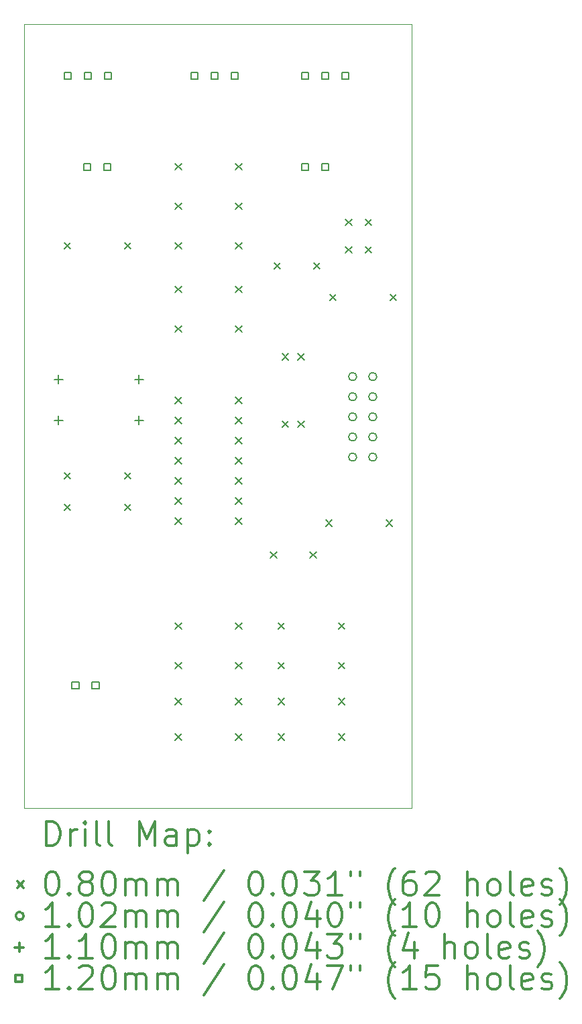
<source format=gbr>
%FSLAX45Y45*%
G04 Gerber Fmt 4.5, Leading zero omitted, Abs format (unit mm)*
G04 Created by KiCad (PCBNEW (5.1.8-0-10_14)) date 2021-07-18 16:16:16*
%MOMM*%
%LPD*%
G01*
G04 APERTURE LIST*
%TA.AperFunction,Profile*%
%ADD10C,0.050000*%
%TD*%
%ADD11C,0.200000*%
%ADD12C,0.300000*%
G04 APERTURE END LIST*
D10*
X10000000Y-14900000D02*
X10000000Y-5000000D01*
X14900000Y-14900000D02*
X10000000Y-14900000D01*
X14900000Y-5000000D02*
X14900000Y-14900000D01*
X10000000Y-5000000D02*
X14900000Y-5000000D01*
D11*
X11910000Y-12560000D02*
X11990000Y-12640000D01*
X11990000Y-12560000D02*
X11910000Y-12640000D01*
X12672000Y-12560000D02*
X12752000Y-12640000D01*
X12752000Y-12560000D02*
X12672000Y-12640000D01*
X13260000Y-10010000D02*
X13340000Y-10090000D01*
X13340000Y-10010000D02*
X13260000Y-10090000D01*
X13460000Y-10010000D02*
X13540000Y-10090000D01*
X13540000Y-10010000D02*
X13460000Y-10090000D01*
X13210000Y-12560000D02*
X13290000Y-12640000D01*
X13290000Y-12560000D02*
X13210000Y-12640000D01*
X13972000Y-12560000D02*
X14052000Y-12640000D01*
X14052000Y-12560000D02*
X13972000Y-12640000D01*
X11910000Y-7260000D02*
X11990000Y-7340000D01*
X11990000Y-7260000D02*
X11910000Y-7340000D01*
X12672000Y-7260000D02*
X12752000Y-7340000D01*
X12752000Y-7260000D02*
X12672000Y-7340000D01*
X14060000Y-7810000D02*
X14140000Y-7890000D01*
X14140000Y-7810000D02*
X14060000Y-7890000D01*
X14310000Y-7810000D02*
X14390000Y-7890000D01*
X14390000Y-7810000D02*
X14310000Y-7890000D01*
X10510000Y-7760000D02*
X10590000Y-7840000D01*
X10590000Y-7760000D02*
X10510000Y-7840000D01*
X11272000Y-7760000D02*
X11352000Y-7840000D01*
X11352000Y-7760000D02*
X11272000Y-7840000D01*
X13110000Y-11660000D02*
X13190000Y-11740000D01*
X13190000Y-11660000D02*
X13110000Y-11740000D01*
X13610000Y-11660000D02*
X13690000Y-11740000D01*
X13690000Y-11660000D02*
X13610000Y-11740000D01*
X13860000Y-8410000D02*
X13940000Y-8490000D01*
X13940000Y-8410000D02*
X13860000Y-8490000D01*
X14622000Y-8410000D02*
X14702000Y-8490000D01*
X14702000Y-8410000D02*
X14622000Y-8490000D01*
X11910000Y-7760000D02*
X11990000Y-7840000D01*
X11990000Y-7760000D02*
X11910000Y-7840000D01*
X12672000Y-7760000D02*
X12752000Y-7840000D01*
X12752000Y-7760000D02*
X12672000Y-7840000D01*
X11910000Y-8310000D02*
X11990000Y-8390000D01*
X11990000Y-8310000D02*
X11910000Y-8390000D01*
X12672000Y-8310000D02*
X12752000Y-8390000D01*
X12752000Y-8310000D02*
X12672000Y-8390000D01*
X13260000Y-9160000D02*
X13340000Y-9240000D01*
X13340000Y-9160000D02*
X13260000Y-9240000D01*
X13460000Y-9160000D02*
X13540000Y-9240000D01*
X13540000Y-9160000D02*
X13460000Y-9240000D01*
X13210000Y-13060000D02*
X13290000Y-13140000D01*
X13290000Y-13060000D02*
X13210000Y-13140000D01*
X13972000Y-13060000D02*
X14052000Y-13140000D01*
X14052000Y-13060000D02*
X13972000Y-13140000D01*
X11910000Y-13060000D02*
X11990000Y-13140000D01*
X11990000Y-13060000D02*
X11910000Y-13140000D01*
X12672000Y-13060000D02*
X12752000Y-13140000D01*
X12752000Y-13060000D02*
X12672000Y-13140000D01*
X11910000Y-6760000D02*
X11990000Y-6840000D01*
X11990000Y-6760000D02*
X11910000Y-6840000D01*
X12672000Y-6760000D02*
X12752000Y-6840000D01*
X12752000Y-6760000D02*
X12672000Y-6840000D01*
X13160000Y-8010000D02*
X13240000Y-8090000D01*
X13240000Y-8010000D02*
X13160000Y-8090000D01*
X13660000Y-8010000D02*
X13740000Y-8090000D01*
X13740000Y-8010000D02*
X13660000Y-8090000D01*
X14060000Y-7460000D02*
X14140000Y-7540000D01*
X14140000Y-7460000D02*
X14060000Y-7540000D01*
X14310000Y-7460000D02*
X14390000Y-7540000D01*
X14390000Y-7460000D02*
X14310000Y-7540000D01*
X11910000Y-9710000D02*
X11990000Y-9790000D01*
X11990000Y-9710000D02*
X11910000Y-9790000D01*
X11910000Y-9964000D02*
X11990000Y-10044000D01*
X11990000Y-9964000D02*
X11910000Y-10044000D01*
X11910000Y-10218000D02*
X11990000Y-10298000D01*
X11990000Y-10218000D02*
X11910000Y-10298000D01*
X11910000Y-10472000D02*
X11990000Y-10552000D01*
X11990000Y-10472000D02*
X11910000Y-10552000D01*
X11910000Y-10726000D02*
X11990000Y-10806000D01*
X11990000Y-10726000D02*
X11910000Y-10806000D01*
X11910000Y-10980000D02*
X11990000Y-11060000D01*
X11990000Y-10980000D02*
X11910000Y-11060000D01*
X11910000Y-11234000D02*
X11990000Y-11314000D01*
X11990000Y-11234000D02*
X11910000Y-11314000D01*
X12672000Y-9710000D02*
X12752000Y-9790000D01*
X12752000Y-9710000D02*
X12672000Y-9790000D01*
X12672000Y-9964000D02*
X12752000Y-10044000D01*
X12752000Y-9964000D02*
X12672000Y-10044000D01*
X12672000Y-10218000D02*
X12752000Y-10298000D01*
X12752000Y-10218000D02*
X12672000Y-10298000D01*
X12672000Y-10472000D02*
X12752000Y-10552000D01*
X12752000Y-10472000D02*
X12672000Y-10552000D01*
X12672000Y-10726000D02*
X12752000Y-10806000D01*
X12752000Y-10726000D02*
X12672000Y-10806000D01*
X12672000Y-10980000D02*
X12752000Y-11060000D01*
X12752000Y-10980000D02*
X12672000Y-11060000D01*
X12672000Y-11234000D02*
X12752000Y-11314000D01*
X12752000Y-11234000D02*
X12672000Y-11314000D01*
X13210000Y-13510000D02*
X13290000Y-13590000D01*
X13290000Y-13510000D02*
X13210000Y-13590000D01*
X13972000Y-13510000D02*
X14052000Y-13590000D01*
X14052000Y-13510000D02*
X13972000Y-13590000D01*
X10510000Y-11060000D02*
X10590000Y-11140000D01*
X10590000Y-11060000D02*
X10510000Y-11140000D01*
X11272000Y-11060000D02*
X11352000Y-11140000D01*
X11352000Y-11060000D02*
X11272000Y-11140000D01*
X11910000Y-13510000D02*
X11990000Y-13590000D01*
X11990000Y-13510000D02*
X11910000Y-13590000D01*
X12672000Y-13510000D02*
X12752000Y-13590000D01*
X12752000Y-13510000D02*
X12672000Y-13590000D01*
X11910000Y-13960000D02*
X11990000Y-14040000D01*
X11990000Y-13960000D02*
X11910000Y-14040000D01*
X12672000Y-13960000D02*
X12752000Y-14040000D01*
X12752000Y-13960000D02*
X12672000Y-14040000D01*
X13810000Y-11260000D02*
X13890000Y-11340000D01*
X13890000Y-11260000D02*
X13810000Y-11340000D01*
X14572000Y-11260000D02*
X14652000Y-11340000D01*
X14652000Y-11260000D02*
X14572000Y-11340000D01*
X13210000Y-13960000D02*
X13290000Y-14040000D01*
X13290000Y-13960000D02*
X13210000Y-14040000D01*
X13972000Y-13960000D02*
X14052000Y-14040000D01*
X14052000Y-13960000D02*
X13972000Y-14040000D01*
X10510000Y-10660000D02*
X10590000Y-10740000D01*
X10590000Y-10660000D02*
X10510000Y-10740000D01*
X11272000Y-10660000D02*
X11352000Y-10740000D01*
X11352000Y-10660000D02*
X11272000Y-10740000D01*
X11910000Y-8810000D02*
X11990000Y-8890000D01*
X11990000Y-8810000D02*
X11910000Y-8890000D01*
X12672000Y-8810000D02*
X12752000Y-8890000D01*
X12752000Y-8810000D02*
X12672000Y-8890000D01*
X14200800Y-9450000D02*
G75*
G03*
X14200800Y-9450000I-50800J0D01*
G01*
X14200800Y-9704000D02*
G75*
G03*
X14200800Y-9704000I-50800J0D01*
G01*
X14200800Y-9958000D02*
G75*
G03*
X14200800Y-9958000I-50800J0D01*
G01*
X14200800Y-10212000D02*
G75*
G03*
X14200800Y-10212000I-50800J0D01*
G01*
X14200800Y-10466000D02*
G75*
G03*
X14200800Y-10466000I-50800J0D01*
G01*
X14454800Y-9450000D02*
G75*
G03*
X14454800Y-9450000I-50800J0D01*
G01*
X14454800Y-9704000D02*
G75*
G03*
X14454800Y-9704000I-50800J0D01*
G01*
X14454800Y-9958000D02*
G75*
G03*
X14454800Y-9958000I-50800J0D01*
G01*
X14454800Y-10212000D02*
G75*
G03*
X14454800Y-10212000I-50800J0D01*
G01*
X14454800Y-10466000D02*
G75*
G03*
X14454800Y-10466000I-50800J0D01*
G01*
X10437500Y-9430500D02*
X10437500Y-9540500D01*
X10382500Y-9485500D02*
X10492500Y-9485500D01*
X11453500Y-9430500D02*
X11453500Y-9540500D01*
X11398500Y-9485500D02*
X11508500Y-9485500D01*
X10437500Y-9945000D02*
X10437500Y-10055000D01*
X10382500Y-10000000D02*
X10492500Y-10000000D01*
X11453500Y-9945000D02*
X11453500Y-10055000D01*
X11398500Y-10000000D02*
X11508500Y-10000000D01*
X10592427Y-5692427D02*
X10592427Y-5607573D01*
X10507573Y-5607573D01*
X10507573Y-5692427D01*
X10592427Y-5692427D01*
X10846427Y-5692427D02*
X10846427Y-5607573D01*
X10761573Y-5607573D01*
X10761573Y-5692427D01*
X10846427Y-5692427D01*
X11100427Y-5692427D02*
X11100427Y-5607573D01*
X11015573Y-5607573D01*
X11015573Y-5692427D01*
X11100427Y-5692427D01*
X13592427Y-6842427D02*
X13592427Y-6757573D01*
X13507573Y-6757573D01*
X13507573Y-6842427D01*
X13592427Y-6842427D01*
X13846427Y-6842427D02*
X13846427Y-6757573D01*
X13761573Y-6757573D01*
X13761573Y-6842427D01*
X13846427Y-6842427D01*
X10692427Y-13392427D02*
X10692427Y-13307573D01*
X10607573Y-13307573D01*
X10607573Y-13392427D01*
X10692427Y-13392427D01*
X10946427Y-13392427D02*
X10946427Y-13307573D01*
X10861573Y-13307573D01*
X10861573Y-13392427D01*
X10946427Y-13392427D01*
X12192427Y-5692427D02*
X12192427Y-5607573D01*
X12107573Y-5607573D01*
X12107573Y-5692427D01*
X12192427Y-5692427D01*
X12446427Y-5692427D02*
X12446427Y-5607573D01*
X12361573Y-5607573D01*
X12361573Y-5692427D01*
X12446427Y-5692427D01*
X12700427Y-5692427D02*
X12700427Y-5607573D01*
X12615573Y-5607573D01*
X12615573Y-5692427D01*
X12700427Y-5692427D01*
X13592427Y-5692427D02*
X13592427Y-5607573D01*
X13507573Y-5607573D01*
X13507573Y-5692427D01*
X13592427Y-5692427D01*
X13846427Y-5692427D02*
X13846427Y-5607573D01*
X13761573Y-5607573D01*
X13761573Y-5692427D01*
X13846427Y-5692427D01*
X14100427Y-5692427D02*
X14100427Y-5607573D01*
X14015573Y-5607573D01*
X14015573Y-5692427D01*
X14100427Y-5692427D01*
X10842427Y-6842427D02*
X10842427Y-6757573D01*
X10757573Y-6757573D01*
X10757573Y-6842427D01*
X10842427Y-6842427D01*
X11096427Y-6842427D02*
X11096427Y-6757573D01*
X11011573Y-6757573D01*
X11011573Y-6842427D01*
X11096427Y-6842427D01*
D12*
X10283928Y-15368214D02*
X10283928Y-15068214D01*
X10355357Y-15068214D01*
X10398214Y-15082500D01*
X10426786Y-15111071D01*
X10441071Y-15139643D01*
X10455357Y-15196786D01*
X10455357Y-15239643D01*
X10441071Y-15296786D01*
X10426786Y-15325357D01*
X10398214Y-15353929D01*
X10355357Y-15368214D01*
X10283928Y-15368214D01*
X10583928Y-15368214D02*
X10583928Y-15168214D01*
X10583928Y-15225357D02*
X10598214Y-15196786D01*
X10612500Y-15182500D01*
X10641071Y-15168214D01*
X10669643Y-15168214D01*
X10769643Y-15368214D02*
X10769643Y-15168214D01*
X10769643Y-15068214D02*
X10755357Y-15082500D01*
X10769643Y-15096786D01*
X10783928Y-15082500D01*
X10769643Y-15068214D01*
X10769643Y-15096786D01*
X10955357Y-15368214D02*
X10926786Y-15353929D01*
X10912500Y-15325357D01*
X10912500Y-15068214D01*
X11112500Y-15368214D02*
X11083928Y-15353929D01*
X11069643Y-15325357D01*
X11069643Y-15068214D01*
X11455357Y-15368214D02*
X11455357Y-15068214D01*
X11555357Y-15282500D01*
X11655357Y-15068214D01*
X11655357Y-15368214D01*
X11926786Y-15368214D02*
X11926786Y-15211071D01*
X11912500Y-15182500D01*
X11883928Y-15168214D01*
X11826786Y-15168214D01*
X11798214Y-15182500D01*
X11926786Y-15353929D02*
X11898214Y-15368214D01*
X11826786Y-15368214D01*
X11798214Y-15353929D01*
X11783928Y-15325357D01*
X11783928Y-15296786D01*
X11798214Y-15268214D01*
X11826786Y-15253929D01*
X11898214Y-15253929D01*
X11926786Y-15239643D01*
X12069643Y-15168214D02*
X12069643Y-15468214D01*
X12069643Y-15182500D02*
X12098214Y-15168214D01*
X12155357Y-15168214D01*
X12183928Y-15182500D01*
X12198214Y-15196786D01*
X12212500Y-15225357D01*
X12212500Y-15311071D01*
X12198214Y-15339643D01*
X12183928Y-15353929D01*
X12155357Y-15368214D01*
X12098214Y-15368214D01*
X12069643Y-15353929D01*
X12341071Y-15339643D02*
X12355357Y-15353929D01*
X12341071Y-15368214D01*
X12326786Y-15353929D01*
X12341071Y-15339643D01*
X12341071Y-15368214D01*
X12341071Y-15182500D02*
X12355357Y-15196786D01*
X12341071Y-15211071D01*
X12326786Y-15196786D01*
X12341071Y-15182500D01*
X12341071Y-15211071D01*
X9917500Y-15822500D02*
X9997500Y-15902500D01*
X9997500Y-15822500D02*
X9917500Y-15902500D01*
X10341071Y-15698214D02*
X10369643Y-15698214D01*
X10398214Y-15712500D01*
X10412500Y-15726786D01*
X10426786Y-15755357D01*
X10441071Y-15812500D01*
X10441071Y-15883929D01*
X10426786Y-15941071D01*
X10412500Y-15969643D01*
X10398214Y-15983929D01*
X10369643Y-15998214D01*
X10341071Y-15998214D01*
X10312500Y-15983929D01*
X10298214Y-15969643D01*
X10283928Y-15941071D01*
X10269643Y-15883929D01*
X10269643Y-15812500D01*
X10283928Y-15755357D01*
X10298214Y-15726786D01*
X10312500Y-15712500D01*
X10341071Y-15698214D01*
X10569643Y-15969643D02*
X10583928Y-15983929D01*
X10569643Y-15998214D01*
X10555357Y-15983929D01*
X10569643Y-15969643D01*
X10569643Y-15998214D01*
X10755357Y-15826786D02*
X10726786Y-15812500D01*
X10712500Y-15798214D01*
X10698214Y-15769643D01*
X10698214Y-15755357D01*
X10712500Y-15726786D01*
X10726786Y-15712500D01*
X10755357Y-15698214D01*
X10812500Y-15698214D01*
X10841071Y-15712500D01*
X10855357Y-15726786D01*
X10869643Y-15755357D01*
X10869643Y-15769643D01*
X10855357Y-15798214D01*
X10841071Y-15812500D01*
X10812500Y-15826786D01*
X10755357Y-15826786D01*
X10726786Y-15841071D01*
X10712500Y-15855357D01*
X10698214Y-15883929D01*
X10698214Y-15941071D01*
X10712500Y-15969643D01*
X10726786Y-15983929D01*
X10755357Y-15998214D01*
X10812500Y-15998214D01*
X10841071Y-15983929D01*
X10855357Y-15969643D01*
X10869643Y-15941071D01*
X10869643Y-15883929D01*
X10855357Y-15855357D01*
X10841071Y-15841071D01*
X10812500Y-15826786D01*
X11055357Y-15698214D02*
X11083928Y-15698214D01*
X11112500Y-15712500D01*
X11126786Y-15726786D01*
X11141071Y-15755357D01*
X11155357Y-15812500D01*
X11155357Y-15883929D01*
X11141071Y-15941071D01*
X11126786Y-15969643D01*
X11112500Y-15983929D01*
X11083928Y-15998214D01*
X11055357Y-15998214D01*
X11026786Y-15983929D01*
X11012500Y-15969643D01*
X10998214Y-15941071D01*
X10983928Y-15883929D01*
X10983928Y-15812500D01*
X10998214Y-15755357D01*
X11012500Y-15726786D01*
X11026786Y-15712500D01*
X11055357Y-15698214D01*
X11283928Y-15998214D02*
X11283928Y-15798214D01*
X11283928Y-15826786D02*
X11298214Y-15812500D01*
X11326786Y-15798214D01*
X11369643Y-15798214D01*
X11398214Y-15812500D01*
X11412500Y-15841071D01*
X11412500Y-15998214D01*
X11412500Y-15841071D02*
X11426786Y-15812500D01*
X11455357Y-15798214D01*
X11498214Y-15798214D01*
X11526786Y-15812500D01*
X11541071Y-15841071D01*
X11541071Y-15998214D01*
X11683928Y-15998214D02*
X11683928Y-15798214D01*
X11683928Y-15826786D02*
X11698214Y-15812500D01*
X11726786Y-15798214D01*
X11769643Y-15798214D01*
X11798214Y-15812500D01*
X11812500Y-15841071D01*
X11812500Y-15998214D01*
X11812500Y-15841071D02*
X11826786Y-15812500D01*
X11855357Y-15798214D01*
X11898214Y-15798214D01*
X11926786Y-15812500D01*
X11941071Y-15841071D01*
X11941071Y-15998214D01*
X12526786Y-15683929D02*
X12269643Y-16069643D01*
X12912500Y-15698214D02*
X12941071Y-15698214D01*
X12969643Y-15712500D01*
X12983928Y-15726786D01*
X12998214Y-15755357D01*
X13012500Y-15812500D01*
X13012500Y-15883929D01*
X12998214Y-15941071D01*
X12983928Y-15969643D01*
X12969643Y-15983929D01*
X12941071Y-15998214D01*
X12912500Y-15998214D01*
X12883928Y-15983929D01*
X12869643Y-15969643D01*
X12855357Y-15941071D01*
X12841071Y-15883929D01*
X12841071Y-15812500D01*
X12855357Y-15755357D01*
X12869643Y-15726786D01*
X12883928Y-15712500D01*
X12912500Y-15698214D01*
X13141071Y-15969643D02*
X13155357Y-15983929D01*
X13141071Y-15998214D01*
X13126786Y-15983929D01*
X13141071Y-15969643D01*
X13141071Y-15998214D01*
X13341071Y-15698214D02*
X13369643Y-15698214D01*
X13398214Y-15712500D01*
X13412500Y-15726786D01*
X13426786Y-15755357D01*
X13441071Y-15812500D01*
X13441071Y-15883929D01*
X13426786Y-15941071D01*
X13412500Y-15969643D01*
X13398214Y-15983929D01*
X13369643Y-15998214D01*
X13341071Y-15998214D01*
X13312500Y-15983929D01*
X13298214Y-15969643D01*
X13283928Y-15941071D01*
X13269643Y-15883929D01*
X13269643Y-15812500D01*
X13283928Y-15755357D01*
X13298214Y-15726786D01*
X13312500Y-15712500D01*
X13341071Y-15698214D01*
X13541071Y-15698214D02*
X13726786Y-15698214D01*
X13626786Y-15812500D01*
X13669643Y-15812500D01*
X13698214Y-15826786D01*
X13712500Y-15841071D01*
X13726786Y-15869643D01*
X13726786Y-15941071D01*
X13712500Y-15969643D01*
X13698214Y-15983929D01*
X13669643Y-15998214D01*
X13583928Y-15998214D01*
X13555357Y-15983929D01*
X13541071Y-15969643D01*
X14012500Y-15998214D02*
X13841071Y-15998214D01*
X13926786Y-15998214D02*
X13926786Y-15698214D01*
X13898214Y-15741071D01*
X13869643Y-15769643D01*
X13841071Y-15783929D01*
X14126786Y-15698214D02*
X14126786Y-15755357D01*
X14241071Y-15698214D02*
X14241071Y-15755357D01*
X14683928Y-16112500D02*
X14669643Y-16098214D01*
X14641071Y-16055357D01*
X14626786Y-16026786D01*
X14612500Y-15983929D01*
X14598214Y-15912500D01*
X14598214Y-15855357D01*
X14612500Y-15783929D01*
X14626786Y-15741071D01*
X14641071Y-15712500D01*
X14669643Y-15669643D01*
X14683928Y-15655357D01*
X14926786Y-15698214D02*
X14869643Y-15698214D01*
X14841071Y-15712500D01*
X14826786Y-15726786D01*
X14798214Y-15769643D01*
X14783928Y-15826786D01*
X14783928Y-15941071D01*
X14798214Y-15969643D01*
X14812500Y-15983929D01*
X14841071Y-15998214D01*
X14898214Y-15998214D01*
X14926786Y-15983929D01*
X14941071Y-15969643D01*
X14955357Y-15941071D01*
X14955357Y-15869643D01*
X14941071Y-15841071D01*
X14926786Y-15826786D01*
X14898214Y-15812500D01*
X14841071Y-15812500D01*
X14812500Y-15826786D01*
X14798214Y-15841071D01*
X14783928Y-15869643D01*
X15069643Y-15726786D02*
X15083928Y-15712500D01*
X15112500Y-15698214D01*
X15183928Y-15698214D01*
X15212500Y-15712500D01*
X15226786Y-15726786D01*
X15241071Y-15755357D01*
X15241071Y-15783929D01*
X15226786Y-15826786D01*
X15055357Y-15998214D01*
X15241071Y-15998214D01*
X15598214Y-15998214D02*
X15598214Y-15698214D01*
X15726786Y-15998214D02*
X15726786Y-15841071D01*
X15712500Y-15812500D01*
X15683928Y-15798214D01*
X15641071Y-15798214D01*
X15612500Y-15812500D01*
X15598214Y-15826786D01*
X15912500Y-15998214D02*
X15883928Y-15983929D01*
X15869643Y-15969643D01*
X15855357Y-15941071D01*
X15855357Y-15855357D01*
X15869643Y-15826786D01*
X15883928Y-15812500D01*
X15912500Y-15798214D01*
X15955357Y-15798214D01*
X15983928Y-15812500D01*
X15998214Y-15826786D01*
X16012500Y-15855357D01*
X16012500Y-15941071D01*
X15998214Y-15969643D01*
X15983928Y-15983929D01*
X15955357Y-15998214D01*
X15912500Y-15998214D01*
X16183928Y-15998214D02*
X16155357Y-15983929D01*
X16141071Y-15955357D01*
X16141071Y-15698214D01*
X16412500Y-15983929D02*
X16383928Y-15998214D01*
X16326786Y-15998214D01*
X16298214Y-15983929D01*
X16283928Y-15955357D01*
X16283928Y-15841071D01*
X16298214Y-15812500D01*
X16326786Y-15798214D01*
X16383928Y-15798214D01*
X16412500Y-15812500D01*
X16426786Y-15841071D01*
X16426786Y-15869643D01*
X16283928Y-15898214D01*
X16541071Y-15983929D02*
X16569643Y-15998214D01*
X16626786Y-15998214D01*
X16655357Y-15983929D01*
X16669643Y-15955357D01*
X16669643Y-15941071D01*
X16655357Y-15912500D01*
X16626786Y-15898214D01*
X16583928Y-15898214D01*
X16555357Y-15883929D01*
X16541071Y-15855357D01*
X16541071Y-15841071D01*
X16555357Y-15812500D01*
X16583928Y-15798214D01*
X16626786Y-15798214D01*
X16655357Y-15812500D01*
X16769643Y-16112500D02*
X16783928Y-16098214D01*
X16812500Y-16055357D01*
X16826786Y-16026786D01*
X16841071Y-15983929D01*
X16855357Y-15912500D01*
X16855357Y-15855357D01*
X16841071Y-15783929D01*
X16826786Y-15741071D01*
X16812500Y-15712500D01*
X16783928Y-15669643D01*
X16769643Y-15655357D01*
X9997500Y-16258500D02*
G75*
G03*
X9997500Y-16258500I-50800J0D01*
G01*
X10441071Y-16394214D02*
X10269643Y-16394214D01*
X10355357Y-16394214D02*
X10355357Y-16094214D01*
X10326786Y-16137071D01*
X10298214Y-16165643D01*
X10269643Y-16179929D01*
X10569643Y-16365643D02*
X10583928Y-16379929D01*
X10569643Y-16394214D01*
X10555357Y-16379929D01*
X10569643Y-16365643D01*
X10569643Y-16394214D01*
X10769643Y-16094214D02*
X10798214Y-16094214D01*
X10826786Y-16108500D01*
X10841071Y-16122786D01*
X10855357Y-16151357D01*
X10869643Y-16208500D01*
X10869643Y-16279929D01*
X10855357Y-16337071D01*
X10841071Y-16365643D01*
X10826786Y-16379929D01*
X10798214Y-16394214D01*
X10769643Y-16394214D01*
X10741071Y-16379929D01*
X10726786Y-16365643D01*
X10712500Y-16337071D01*
X10698214Y-16279929D01*
X10698214Y-16208500D01*
X10712500Y-16151357D01*
X10726786Y-16122786D01*
X10741071Y-16108500D01*
X10769643Y-16094214D01*
X10983928Y-16122786D02*
X10998214Y-16108500D01*
X11026786Y-16094214D01*
X11098214Y-16094214D01*
X11126786Y-16108500D01*
X11141071Y-16122786D01*
X11155357Y-16151357D01*
X11155357Y-16179929D01*
X11141071Y-16222786D01*
X10969643Y-16394214D01*
X11155357Y-16394214D01*
X11283928Y-16394214D02*
X11283928Y-16194214D01*
X11283928Y-16222786D02*
X11298214Y-16208500D01*
X11326786Y-16194214D01*
X11369643Y-16194214D01*
X11398214Y-16208500D01*
X11412500Y-16237071D01*
X11412500Y-16394214D01*
X11412500Y-16237071D02*
X11426786Y-16208500D01*
X11455357Y-16194214D01*
X11498214Y-16194214D01*
X11526786Y-16208500D01*
X11541071Y-16237071D01*
X11541071Y-16394214D01*
X11683928Y-16394214D02*
X11683928Y-16194214D01*
X11683928Y-16222786D02*
X11698214Y-16208500D01*
X11726786Y-16194214D01*
X11769643Y-16194214D01*
X11798214Y-16208500D01*
X11812500Y-16237071D01*
X11812500Y-16394214D01*
X11812500Y-16237071D02*
X11826786Y-16208500D01*
X11855357Y-16194214D01*
X11898214Y-16194214D01*
X11926786Y-16208500D01*
X11941071Y-16237071D01*
X11941071Y-16394214D01*
X12526786Y-16079929D02*
X12269643Y-16465643D01*
X12912500Y-16094214D02*
X12941071Y-16094214D01*
X12969643Y-16108500D01*
X12983928Y-16122786D01*
X12998214Y-16151357D01*
X13012500Y-16208500D01*
X13012500Y-16279929D01*
X12998214Y-16337071D01*
X12983928Y-16365643D01*
X12969643Y-16379929D01*
X12941071Y-16394214D01*
X12912500Y-16394214D01*
X12883928Y-16379929D01*
X12869643Y-16365643D01*
X12855357Y-16337071D01*
X12841071Y-16279929D01*
X12841071Y-16208500D01*
X12855357Y-16151357D01*
X12869643Y-16122786D01*
X12883928Y-16108500D01*
X12912500Y-16094214D01*
X13141071Y-16365643D02*
X13155357Y-16379929D01*
X13141071Y-16394214D01*
X13126786Y-16379929D01*
X13141071Y-16365643D01*
X13141071Y-16394214D01*
X13341071Y-16094214D02*
X13369643Y-16094214D01*
X13398214Y-16108500D01*
X13412500Y-16122786D01*
X13426786Y-16151357D01*
X13441071Y-16208500D01*
X13441071Y-16279929D01*
X13426786Y-16337071D01*
X13412500Y-16365643D01*
X13398214Y-16379929D01*
X13369643Y-16394214D01*
X13341071Y-16394214D01*
X13312500Y-16379929D01*
X13298214Y-16365643D01*
X13283928Y-16337071D01*
X13269643Y-16279929D01*
X13269643Y-16208500D01*
X13283928Y-16151357D01*
X13298214Y-16122786D01*
X13312500Y-16108500D01*
X13341071Y-16094214D01*
X13698214Y-16194214D02*
X13698214Y-16394214D01*
X13626786Y-16079929D02*
X13555357Y-16294214D01*
X13741071Y-16294214D01*
X13912500Y-16094214D02*
X13941071Y-16094214D01*
X13969643Y-16108500D01*
X13983928Y-16122786D01*
X13998214Y-16151357D01*
X14012500Y-16208500D01*
X14012500Y-16279929D01*
X13998214Y-16337071D01*
X13983928Y-16365643D01*
X13969643Y-16379929D01*
X13941071Y-16394214D01*
X13912500Y-16394214D01*
X13883928Y-16379929D01*
X13869643Y-16365643D01*
X13855357Y-16337071D01*
X13841071Y-16279929D01*
X13841071Y-16208500D01*
X13855357Y-16151357D01*
X13869643Y-16122786D01*
X13883928Y-16108500D01*
X13912500Y-16094214D01*
X14126786Y-16094214D02*
X14126786Y-16151357D01*
X14241071Y-16094214D02*
X14241071Y-16151357D01*
X14683928Y-16508500D02*
X14669643Y-16494214D01*
X14641071Y-16451357D01*
X14626786Y-16422786D01*
X14612500Y-16379929D01*
X14598214Y-16308500D01*
X14598214Y-16251357D01*
X14612500Y-16179929D01*
X14626786Y-16137071D01*
X14641071Y-16108500D01*
X14669643Y-16065643D01*
X14683928Y-16051357D01*
X14955357Y-16394214D02*
X14783928Y-16394214D01*
X14869643Y-16394214D02*
X14869643Y-16094214D01*
X14841071Y-16137071D01*
X14812500Y-16165643D01*
X14783928Y-16179929D01*
X15141071Y-16094214D02*
X15169643Y-16094214D01*
X15198214Y-16108500D01*
X15212500Y-16122786D01*
X15226786Y-16151357D01*
X15241071Y-16208500D01*
X15241071Y-16279929D01*
X15226786Y-16337071D01*
X15212500Y-16365643D01*
X15198214Y-16379929D01*
X15169643Y-16394214D01*
X15141071Y-16394214D01*
X15112500Y-16379929D01*
X15098214Y-16365643D01*
X15083928Y-16337071D01*
X15069643Y-16279929D01*
X15069643Y-16208500D01*
X15083928Y-16151357D01*
X15098214Y-16122786D01*
X15112500Y-16108500D01*
X15141071Y-16094214D01*
X15598214Y-16394214D02*
X15598214Y-16094214D01*
X15726786Y-16394214D02*
X15726786Y-16237071D01*
X15712500Y-16208500D01*
X15683928Y-16194214D01*
X15641071Y-16194214D01*
X15612500Y-16208500D01*
X15598214Y-16222786D01*
X15912500Y-16394214D02*
X15883928Y-16379929D01*
X15869643Y-16365643D01*
X15855357Y-16337071D01*
X15855357Y-16251357D01*
X15869643Y-16222786D01*
X15883928Y-16208500D01*
X15912500Y-16194214D01*
X15955357Y-16194214D01*
X15983928Y-16208500D01*
X15998214Y-16222786D01*
X16012500Y-16251357D01*
X16012500Y-16337071D01*
X15998214Y-16365643D01*
X15983928Y-16379929D01*
X15955357Y-16394214D01*
X15912500Y-16394214D01*
X16183928Y-16394214D02*
X16155357Y-16379929D01*
X16141071Y-16351357D01*
X16141071Y-16094214D01*
X16412500Y-16379929D02*
X16383928Y-16394214D01*
X16326786Y-16394214D01*
X16298214Y-16379929D01*
X16283928Y-16351357D01*
X16283928Y-16237071D01*
X16298214Y-16208500D01*
X16326786Y-16194214D01*
X16383928Y-16194214D01*
X16412500Y-16208500D01*
X16426786Y-16237071D01*
X16426786Y-16265643D01*
X16283928Y-16294214D01*
X16541071Y-16379929D02*
X16569643Y-16394214D01*
X16626786Y-16394214D01*
X16655357Y-16379929D01*
X16669643Y-16351357D01*
X16669643Y-16337071D01*
X16655357Y-16308500D01*
X16626786Y-16294214D01*
X16583928Y-16294214D01*
X16555357Y-16279929D01*
X16541071Y-16251357D01*
X16541071Y-16237071D01*
X16555357Y-16208500D01*
X16583928Y-16194214D01*
X16626786Y-16194214D01*
X16655357Y-16208500D01*
X16769643Y-16508500D02*
X16783928Y-16494214D01*
X16812500Y-16451357D01*
X16826786Y-16422786D01*
X16841071Y-16379929D01*
X16855357Y-16308500D01*
X16855357Y-16251357D01*
X16841071Y-16179929D01*
X16826786Y-16137071D01*
X16812500Y-16108500D01*
X16783928Y-16065643D01*
X16769643Y-16051357D01*
X9942500Y-16599500D02*
X9942500Y-16709500D01*
X9887500Y-16654500D02*
X9997500Y-16654500D01*
X10441071Y-16790214D02*
X10269643Y-16790214D01*
X10355357Y-16790214D02*
X10355357Y-16490214D01*
X10326786Y-16533071D01*
X10298214Y-16561643D01*
X10269643Y-16575929D01*
X10569643Y-16761643D02*
X10583928Y-16775929D01*
X10569643Y-16790214D01*
X10555357Y-16775929D01*
X10569643Y-16761643D01*
X10569643Y-16790214D01*
X10869643Y-16790214D02*
X10698214Y-16790214D01*
X10783928Y-16790214D02*
X10783928Y-16490214D01*
X10755357Y-16533071D01*
X10726786Y-16561643D01*
X10698214Y-16575929D01*
X11055357Y-16490214D02*
X11083928Y-16490214D01*
X11112500Y-16504500D01*
X11126786Y-16518786D01*
X11141071Y-16547357D01*
X11155357Y-16604500D01*
X11155357Y-16675929D01*
X11141071Y-16733071D01*
X11126786Y-16761643D01*
X11112500Y-16775929D01*
X11083928Y-16790214D01*
X11055357Y-16790214D01*
X11026786Y-16775929D01*
X11012500Y-16761643D01*
X10998214Y-16733071D01*
X10983928Y-16675929D01*
X10983928Y-16604500D01*
X10998214Y-16547357D01*
X11012500Y-16518786D01*
X11026786Y-16504500D01*
X11055357Y-16490214D01*
X11283928Y-16790214D02*
X11283928Y-16590214D01*
X11283928Y-16618786D02*
X11298214Y-16604500D01*
X11326786Y-16590214D01*
X11369643Y-16590214D01*
X11398214Y-16604500D01*
X11412500Y-16633071D01*
X11412500Y-16790214D01*
X11412500Y-16633071D02*
X11426786Y-16604500D01*
X11455357Y-16590214D01*
X11498214Y-16590214D01*
X11526786Y-16604500D01*
X11541071Y-16633071D01*
X11541071Y-16790214D01*
X11683928Y-16790214D02*
X11683928Y-16590214D01*
X11683928Y-16618786D02*
X11698214Y-16604500D01*
X11726786Y-16590214D01*
X11769643Y-16590214D01*
X11798214Y-16604500D01*
X11812500Y-16633071D01*
X11812500Y-16790214D01*
X11812500Y-16633071D02*
X11826786Y-16604500D01*
X11855357Y-16590214D01*
X11898214Y-16590214D01*
X11926786Y-16604500D01*
X11941071Y-16633071D01*
X11941071Y-16790214D01*
X12526786Y-16475929D02*
X12269643Y-16861643D01*
X12912500Y-16490214D02*
X12941071Y-16490214D01*
X12969643Y-16504500D01*
X12983928Y-16518786D01*
X12998214Y-16547357D01*
X13012500Y-16604500D01*
X13012500Y-16675929D01*
X12998214Y-16733071D01*
X12983928Y-16761643D01*
X12969643Y-16775929D01*
X12941071Y-16790214D01*
X12912500Y-16790214D01*
X12883928Y-16775929D01*
X12869643Y-16761643D01*
X12855357Y-16733071D01*
X12841071Y-16675929D01*
X12841071Y-16604500D01*
X12855357Y-16547357D01*
X12869643Y-16518786D01*
X12883928Y-16504500D01*
X12912500Y-16490214D01*
X13141071Y-16761643D02*
X13155357Y-16775929D01*
X13141071Y-16790214D01*
X13126786Y-16775929D01*
X13141071Y-16761643D01*
X13141071Y-16790214D01*
X13341071Y-16490214D02*
X13369643Y-16490214D01*
X13398214Y-16504500D01*
X13412500Y-16518786D01*
X13426786Y-16547357D01*
X13441071Y-16604500D01*
X13441071Y-16675929D01*
X13426786Y-16733071D01*
X13412500Y-16761643D01*
X13398214Y-16775929D01*
X13369643Y-16790214D01*
X13341071Y-16790214D01*
X13312500Y-16775929D01*
X13298214Y-16761643D01*
X13283928Y-16733071D01*
X13269643Y-16675929D01*
X13269643Y-16604500D01*
X13283928Y-16547357D01*
X13298214Y-16518786D01*
X13312500Y-16504500D01*
X13341071Y-16490214D01*
X13698214Y-16590214D02*
X13698214Y-16790214D01*
X13626786Y-16475929D02*
X13555357Y-16690214D01*
X13741071Y-16690214D01*
X13826786Y-16490214D02*
X14012500Y-16490214D01*
X13912500Y-16604500D01*
X13955357Y-16604500D01*
X13983928Y-16618786D01*
X13998214Y-16633071D01*
X14012500Y-16661643D01*
X14012500Y-16733071D01*
X13998214Y-16761643D01*
X13983928Y-16775929D01*
X13955357Y-16790214D01*
X13869643Y-16790214D01*
X13841071Y-16775929D01*
X13826786Y-16761643D01*
X14126786Y-16490214D02*
X14126786Y-16547357D01*
X14241071Y-16490214D02*
X14241071Y-16547357D01*
X14683928Y-16904500D02*
X14669643Y-16890214D01*
X14641071Y-16847357D01*
X14626786Y-16818786D01*
X14612500Y-16775929D01*
X14598214Y-16704500D01*
X14598214Y-16647357D01*
X14612500Y-16575929D01*
X14626786Y-16533071D01*
X14641071Y-16504500D01*
X14669643Y-16461643D01*
X14683928Y-16447357D01*
X14926786Y-16590214D02*
X14926786Y-16790214D01*
X14855357Y-16475929D02*
X14783928Y-16690214D01*
X14969643Y-16690214D01*
X15312500Y-16790214D02*
X15312500Y-16490214D01*
X15441071Y-16790214D02*
X15441071Y-16633071D01*
X15426786Y-16604500D01*
X15398214Y-16590214D01*
X15355357Y-16590214D01*
X15326786Y-16604500D01*
X15312500Y-16618786D01*
X15626786Y-16790214D02*
X15598214Y-16775929D01*
X15583928Y-16761643D01*
X15569643Y-16733071D01*
X15569643Y-16647357D01*
X15583928Y-16618786D01*
X15598214Y-16604500D01*
X15626786Y-16590214D01*
X15669643Y-16590214D01*
X15698214Y-16604500D01*
X15712500Y-16618786D01*
X15726786Y-16647357D01*
X15726786Y-16733071D01*
X15712500Y-16761643D01*
X15698214Y-16775929D01*
X15669643Y-16790214D01*
X15626786Y-16790214D01*
X15898214Y-16790214D02*
X15869643Y-16775929D01*
X15855357Y-16747357D01*
X15855357Y-16490214D01*
X16126786Y-16775929D02*
X16098214Y-16790214D01*
X16041071Y-16790214D01*
X16012500Y-16775929D01*
X15998214Y-16747357D01*
X15998214Y-16633071D01*
X16012500Y-16604500D01*
X16041071Y-16590214D01*
X16098214Y-16590214D01*
X16126786Y-16604500D01*
X16141071Y-16633071D01*
X16141071Y-16661643D01*
X15998214Y-16690214D01*
X16255357Y-16775929D02*
X16283928Y-16790214D01*
X16341071Y-16790214D01*
X16369643Y-16775929D01*
X16383928Y-16747357D01*
X16383928Y-16733071D01*
X16369643Y-16704500D01*
X16341071Y-16690214D01*
X16298214Y-16690214D01*
X16269643Y-16675929D01*
X16255357Y-16647357D01*
X16255357Y-16633071D01*
X16269643Y-16604500D01*
X16298214Y-16590214D01*
X16341071Y-16590214D01*
X16369643Y-16604500D01*
X16483928Y-16904500D02*
X16498214Y-16890214D01*
X16526786Y-16847357D01*
X16541071Y-16818786D01*
X16555357Y-16775929D01*
X16569643Y-16704500D01*
X16569643Y-16647357D01*
X16555357Y-16575929D01*
X16541071Y-16533071D01*
X16526786Y-16504500D01*
X16498214Y-16461643D01*
X16483928Y-16447357D01*
X9979927Y-17092927D02*
X9979927Y-17008073D01*
X9895073Y-17008073D01*
X9895073Y-17092927D01*
X9979927Y-17092927D01*
X10441071Y-17186214D02*
X10269643Y-17186214D01*
X10355357Y-17186214D02*
X10355357Y-16886214D01*
X10326786Y-16929072D01*
X10298214Y-16957643D01*
X10269643Y-16971929D01*
X10569643Y-17157643D02*
X10583928Y-17171929D01*
X10569643Y-17186214D01*
X10555357Y-17171929D01*
X10569643Y-17157643D01*
X10569643Y-17186214D01*
X10698214Y-16914786D02*
X10712500Y-16900500D01*
X10741071Y-16886214D01*
X10812500Y-16886214D01*
X10841071Y-16900500D01*
X10855357Y-16914786D01*
X10869643Y-16943357D01*
X10869643Y-16971929D01*
X10855357Y-17014786D01*
X10683928Y-17186214D01*
X10869643Y-17186214D01*
X11055357Y-16886214D02*
X11083928Y-16886214D01*
X11112500Y-16900500D01*
X11126786Y-16914786D01*
X11141071Y-16943357D01*
X11155357Y-17000500D01*
X11155357Y-17071929D01*
X11141071Y-17129072D01*
X11126786Y-17157643D01*
X11112500Y-17171929D01*
X11083928Y-17186214D01*
X11055357Y-17186214D01*
X11026786Y-17171929D01*
X11012500Y-17157643D01*
X10998214Y-17129072D01*
X10983928Y-17071929D01*
X10983928Y-17000500D01*
X10998214Y-16943357D01*
X11012500Y-16914786D01*
X11026786Y-16900500D01*
X11055357Y-16886214D01*
X11283928Y-17186214D02*
X11283928Y-16986214D01*
X11283928Y-17014786D02*
X11298214Y-17000500D01*
X11326786Y-16986214D01*
X11369643Y-16986214D01*
X11398214Y-17000500D01*
X11412500Y-17029072D01*
X11412500Y-17186214D01*
X11412500Y-17029072D02*
X11426786Y-17000500D01*
X11455357Y-16986214D01*
X11498214Y-16986214D01*
X11526786Y-17000500D01*
X11541071Y-17029072D01*
X11541071Y-17186214D01*
X11683928Y-17186214D02*
X11683928Y-16986214D01*
X11683928Y-17014786D02*
X11698214Y-17000500D01*
X11726786Y-16986214D01*
X11769643Y-16986214D01*
X11798214Y-17000500D01*
X11812500Y-17029072D01*
X11812500Y-17186214D01*
X11812500Y-17029072D02*
X11826786Y-17000500D01*
X11855357Y-16986214D01*
X11898214Y-16986214D01*
X11926786Y-17000500D01*
X11941071Y-17029072D01*
X11941071Y-17186214D01*
X12526786Y-16871929D02*
X12269643Y-17257643D01*
X12912500Y-16886214D02*
X12941071Y-16886214D01*
X12969643Y-16900500D01*
X12983928Y-16914786D01*
X12998214Y-16943357D01*
X13012500Y-17000500D01*
X13012500Y-17071929D01*
X12998214Y-17129072D01*
X12983928Y-17157643D01*
X12969643Y-17171929D01*
X12941071Y-17186214D01*
X12912500Y-17186214D01*
X12883928Y-17171929D01*
X12869643Y-17157643D01*
X12855357Y-17129072D01*
X12841071Y-17071929D01*
X12841071Y-17000500D01*
X12855357Y-16943357D01*
X12869643Y-16914786D01*
X12883928Y-16900500D01*
X12912500Y-16886214D01*
X13141071Y-17157643D02*
X13155357Y-17171929D01*
X13141071Y-17186214D01*
X13126786Y-17171929D01*
X13141071Y-17157643D01*
X13141071Y-17186214D01*
X13341071Y-16886214D02*
X13369643Y-16886214D01*
X13398214Y-16900500D01*
X13412500Y-16914786D01*
X13426786Y-16943357D01*
X13441071Y-17000500D01*
X13441071Y-17071929D01*
X13426786Y-17129072D01*
X13412500Y-17157643D01*
X13398214Y-17171929D01*
X13369643Y-17186214D01*
X13341071Y-17186214D01*
X13312500Y-17171929D01*
X13298214Y-17157643D01*
X13283928Y-17129072D01*
X13269643Y-17071929D01*
X13269643Y-17000500D01*
X13283928Y-16943357D01*
X13298214Y-16914786D01*
X13312500Y-16900500D01*
X13341071Y-16886214D01*
X13698214Y-16986214D02*
X13698214Y-17186214D01*
X13626786Y-16871929D02*
X13555357Y-17086214D01*
X13741071Y-17086214D01*
X13826786Y-16886214D02*
X14026786Y-16886214D01*
X13898214Y-17186214D01*
X14126786Y-16886214D02*
X14126786Y-16943357D01*
X14241071Y-16886214D02*
X14241071Y-16943357D01*
X14683928Y-17300500D02*
X14669643Y-17286214D01*
X14641071Y-17243357D01*
X14626786Y-17214786D01*
X14612500Y-17171929D01*
X14598214Y-17100500D01*
X14598214Y-17043357D01*
X14612500Y-16971929D01*
X14626786Y-16929072D01*
X14641071Y-16900500D01*
X14669643Y-16857643D01*
X14683928Y-16843357D01*
X14955357Y-17186214D02*
X14783928Y-17186214D01*
X14869643Y-17186214D02*
X14869643Y-16886214D01*
X14841071Y-16929072D01*
X14812500Y-16957643D01*
X14783928Y-16971929D01*
X15226786Y-16886214D02*
X15083928Y-16886214D01*
X15069643Y-17029072D01*
X15083928Y-17014786D01*
X15112500Y-17000500D01*
X15183928Y-17000500D01*
X15212500Y-17014786D01*
X15226786Y-17029072D01*
X15241071Y-17057643D01*
X15241071Y-17129072D01*
X15226786Y-17157643D01*
X15212500Y-17171929D01*
X15183928Y-17186214D01*
X15112500Y-17186214D01*
X15083928Y-17171929D01*
X15069643Y-17157643D01*
X15598214Y-17186214D02*
X15598214Y-16886214D01*
X15726786Y-17186214D02*
X15726786Y-17029072D01*
X15712500Y-17000500D01*
X15683928Y-16986214D01*
X15641071Y-16986214D01*
X15612500Y-17000500D01*
X15598214Y-17014786D01*
X15912500Y-17186214D02*
X15883928Y-17171929D01*
X15869643Y-17157643D01*
X15855357Y-17129072D01*
X15855357Y-17043357D01*
X15869643Y-17014786D01*
X15883928Y-17000500D01*
X15912500Y-16986214D01*
X15955357Y-16986214D01*
X15983928Y-17000500D01*
X15998214Y-17014786D01*
X16012500Y-17043357D01*
X16012500Y-17129072D01*
X15998214Y-17157643D01*
X15983928Y-17171929D01*
X15955357Y-17186214D01*
X15912500Y-17186214D01*
X16183928Y-17186214D02*
X16155357Y-17171929D01*
X16141071Y-17143357D01*
X16141071Y-16886214D01*
X16412500Y-17171929D02*
X16383928Y-17186214D01*
X16326786Y-17186214D01*
X16298214Y-17171929D01*
X16283928Y-17143357D01*
X16283928Y-17029072D01*
X16298214Y-17000500D01*
X16326786Y-16986214D01*
X16383928Y-16986214D01*
X16412500Y-17000500D01*
X16426786Y-17029072D01*
X16426786Y-17057643D01*
X16283928Y-17086214D01*
X16541071Y-17171929D02*
X16569643Y-17186214D01*
X16626786Y-17186214D01*
X16655357Y-17171929D01*
X16669643Y-17143357D01*
X16669643Y-17129072D01*
X16655357Y-17100500D01*
X16626786Y-17086214D01*
X16583928Y-17086214D01*
X16555357Y-17071929D01*
X16541071Y-17043357D01*
X16541071Y-17029072D01*
X16555357Y-17000500D01*
X16583928Y-16986214D01*
X16626786Y-16986214D01*
X16655357Y-17000500D01*
X16769643Y-17300500D02*
X16783928Y-17286214D01*
X16812500Y-17243357D01*
X16826786Y-17214786D01*
X16841071Y-17171929D01*
X16855357Y-17100500D01*
X16855357Y-17043357D01*
X16841071Y-16971929D01*
X16826786Y-16929072D01*
X16812500Y-16900500D01*
X16783928Y-16857643D01*
X16769643Y-16843357D01*
M02*

</source>
